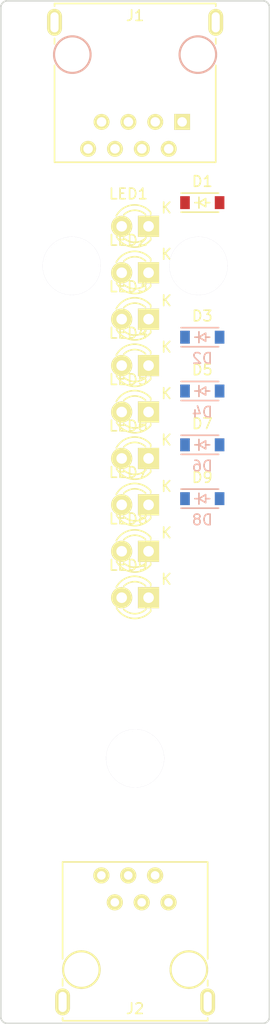
<source format=kicad_pcb>
(kicad_pcb (version 4) (host pcbnew 4.0.2+dfsg1-stable)

  (general
    (links 44)
    (no_connects 44)
    (area 99.721076 50.724999 149.795001 147.395001)
    (thickness 1.6)
    (drawings 8)
    (tracks 0)
    (zones 0)
    (modules 23)
    (nets 11)
  )

  (page A4)
  (layers
    (0 F.Cu signal)
    (31 B.Cu signal)
    (32 B.Adhes user)
    (33 F.Adhes user)
    (34 B.Paste user)
    (35 F.Paste user)
    (36 B.SilkS user)
    (37 F.SilkS user)
    (38 B.Mask user)
    (39 F.Mask user)
    (40 Dwgs.User user)
    (41 Cmts.User user)
    (42 Eco1.User user)
    (43 Eco2.User user)
    (44 Edge.Cuts user)
    (45 Margin user)
    (46 B.CrtYd user)
    (47 F.CrtYd user)
    (48 B.Fab user)
    (49 F.Fab user)
  )

  (setup
    (last_trace_width 0.25)
    (trace_clearance 0.2)
    (zone_clearance 0.508)
    (zone_45_only no)
    (trace_min 0.2)
    (segment_width 0.2)
    (edge_width 0.15)
    (via_size 0.6)
    (via_drill 0.4)
    (via_min_size 0.4)
    (via_min_drill 0.3)
    (uvia_size 0.3)
    (uvia_drill 0.1)
    (uvias_allowed no)
    (uvia_min_size 0.2)
    (uvia_min_drill 0.1)
    (pcb_text_width 0.3)
    (pcb_text_size 1.5 1.5)
    (mod_edge_width 0.15)
    (mod_text_size 1 1)
    (mod_text_width 0.15)
    (pad_size 1.524 1.524)
    (pad_drill 0.762)
    (pad_to_mask_clearance 0.2)
    (aux_axis_origin 0 0)
    (visible_elements FFFFFF7F)
    (pcbplotparams
      (layerselection 0x00030_80000001)
      (usegerberextensions false)
      (excludeedgelayer true)
      (linewidth 0.100000)
      (plotframeref false)
      (viasonmask false)
      (mode 1)
      (useauxorigin false)
      (hpglpennumber 1)
      (hpglpenspeed 20)
      (hpglpendiameter 15)
      (hpglpenoverlay 2)
      (psnegative false)
      (psa4output false)
      (plotreference true)
      (plotvalue true)
      (plotinvisibletext false)
      (padsonsilk false)
      (subtractmaskfromsilk false)
      (outputformat 1)
      (mirror false)
      (drillshape 1)
      (scaleselection 1)
      (outputdirectory ""))
  )

  (net 0 "")
  (net 1 /1)
  (net 2 "Net-(D1-Pad2)")
  (net 3 /2)
  (net 4 /3)
  (net 5 /4)
  (net 6 /5)
  (net 7 /6)
  (net 8 /7)
  (net 9 /8)
  (net 10 /S)

  (net_class Default "This is the default net class."
    (clearance 0.2)
    (trace_width 0.25)
    (via_dia 0.6)
    (via_drill 0.4)
    (uvia_dia 0.3)
    (uvia_drill 0.1)
    (add_net /1)
    (add_net /2)
    (add_net /3)
    (add_net /4)
    (add_net /5)
    (add_net /6)
    (add_net /7)
    (add_net /8)
    (add_net /S)
    (add_net "Net-(D1-Pad2)")
  )

  (module Diodes_SMD:SOD-123 (layer F.Cu) (tedit 5530FCB9) (tstamp 5A80C032)
    (at 120.65 69.85)
    (descr SOD-123)
    (tags SOD-123)
    (path /5A532468)
    (attr smd)
    (fp_text reference D1 (at 0 -2) (layer F.SilkS)
      (effects (font (size 1 1) (thickness 0.15)))
    )
    (fp_text value D (at 0 2.1) (layer F.Fab)
      (effects (font (size 1 1) (thickness 0.15)))
    )
    (fp_line (start 0.3175 0) (end 0.6985 0) (layer F.SilkS) (width 0.15))
    (fp_line (start -0.6985 0) (end -0.3175 0) (layer F.SilkS) (width 0.15))
    (fp_line (start -0.3175 0) (end 0.3175 -0.381) (layer F.SilkS) (width 0.15))
    (fp_line (start 0.3175 -0.381) (end 0.3175 0.381) (layer F.SilkS) (width 0.15))
    (fp_line (start 0.3175 0.381) (end -0.3175 0) (layer F.SilkS) (width 0.15))
    (fp_line (start -0.3175 -0.508) (end -0.3175 0.508) (layer F.SilkS) (width 0.15))
    (fp_line (start -2.25 -1.05) (end 2.25 -1.05) (layer F.CrtYd) (width 0.05))
    (fp_line (start 2.25 -1.05) (end 2.25 1.05) (layer F.CrtYd) (width 0.05))
    (fp_line (start 2.25 1.05) (end -2.25 1.05) (layer F.CrtYd) (width 0.05))
    (fp_line (start -2.25 -1.05) (end -2.25 1.05) (layer F.CrtYd) (width 0.05))
    (fp_line (start -2 0.9) (end 1.54 0.9) (layer F.SilkS) (width 0.15))
    (fp_line (start -2 -0.9) (end 1.54 -0.9) (layer F.SilkS) (width 0.15))
    (pad 1 smd rect (at -1.635 0) (size 0.91 1.22) (layers F.Cu F.Paste F.Mask)
      (net 1 /1))
    (pad 2 smd rect (at 1.635 0) (size 0.91 1.22) (layers F.Cu F.Paste F.Mask)
      (net 2 "Net-(D1-Pad2)"))
  )

  (module Diodes_SMD:SOD-123 (layer B.Cu) (tedit 5530FCB9) (tstamp 5A80C044)
    (at 120.65 82.55)
    (descr SOD-123)
    (tags SOD-123)
    (path /5A53266E)
    (attr smd)
    (fp_text reference D2 (at 0 2) (layer B.SilkS)
      (effects (font (size 1 1) (thickness 0.15)) (justify mirror))
    )
    (fp_text value D (at 0 -2.1) (layer B.Fab)
      (effects (font (size 1 1) (thickness 0.15)) (justify mirror))
    )
    (fp_line (start 0.3175 0) (end 0.6985 0) (layer B.SilkS) (width 0.15))
    (fp_line (start -0.6985 0) (end -0.3175 0) (layer B.SilkS) (width 0.15))
    (fp_line (start -0.3175 0) (end 0.3175 0.381) (layer B.SilkS) (width 0.15))
    (fp_line (start 0.3175 0.381) (end 0.3175 -0.381) (layer B.SilkS) (width 0.15))
    (fp_line (start 0.3175 -0.381) (end -0.3175 0) (layer B.SilkS) (width 0.15))
    (fp_line (start -0.3175 0.508) (end -0.3175 -0.508) (layer B.SilkS) (width 0.15))
    (fp_line (start -2.25 1.05) (end 2.25 1.05) (layer B.CrtYd) (width 0.05))
    (fp_line (start 2.25 1.05) (end 2.25 -1.05) (layer B.CrtYd) (width 0.05))
    (fp_line (start 2.25 -1.05) (end -2.25 -1.05) (layer B.CrtYd) (width 0.05))
    (fp_line (start -2.25 1.05) (end -2.25 -1.05) (layer B.CrtYd) (width 0.05))
    (fp_line (start -2 -0.9) (end 1.54 -0.9) (layer B.SilkS) (width 0.15))
    (fp_line (start -2 0.9) (end 1.54 0.9) (layer B.SilkS) (width 0.15))
    (pad 1 smd rect (at -1.635 0) (size 0.91 1.22) (layers B.Cu B.Paste B.Mask)
      (net 3 /2))
    (pad 2 smd rect (at 1.635 0) (size 0.91 1.22) (layers B.Cu B.Paste B.Mask)
      (net 2 "Net-(D1-Pad2)"))
  )

  (module Diodes_SMD:SOD-123 (layer F.Cu) (tedit 5530FCB9) (tstamp 5A80C056)
    (at 120.65 82.55)
    (descr SOD-123)
    (tags SOD-123)
    (path /5A532782)
    (attr smd)
    (fp_text reference D3 (at 0 -2) (layer F.SilkS)
      (effects (font (size 1 1) (thickness 0.15)))
    )
    (fp_text value D (at 0 2.1) (layer F.Fab)
      (effects (font (size 1 1) (thickness 0.15)))
    )
    (fp_line (start 0.3175 0) (end 0.6985 0) (layer F.SilkS) (width 0.15))
    (fp_line (start -0.6985 0) (end -0.3175 0) (layer F.SilkS) (width 0.15))
    (fp_line (start -0.3175 0) (end 0.3175 -0.381) (layer F.SilkS) (width 0.15))
    (fp_line (start 0.3175 -0.381) (end 0.3175 0.381) (layer F.SilkS) (width 0.15))
    (fp_line (start 0.3175 0.381) (end -0.3175 0) (layer F.SilkS) (width 0.15))
    (fp_line (start -0.3175 -0.508) (end -0.3175 0.508) (layer F.SilkS) (width 0.15))
    (fp_line (start -2.25 -1.05) (end 2.25 -1.05) (layer F.CrtYd) (width 0.05))
    (fp_line (start 2.25 -1.05) (end 2.25 1.05) (layer F.CrtYd) (width 0.05))
    (fp_line (start 2.25 1.05) (end -2.25 1.05) (layer F.CrtYd) (width 0.05))
    (fp_line (start -2.25 -1.05) (end -2.25 1.05) (layer F.CrtYd) (width 0.05))
    (fp_line (start -2 0.9) (end 1.54 0.9) (layer F.SilkS) (width 0.15))
    (fp_line (start -2 -0.9) (end 1.54 -0.9) (layer F.SilkS) (width 0.15))
    (pad 1 smd rect (at -1.635 0) (size 0.91 1.22) (layers F.Cu F.Paste F.Mask)
      (net 4 /3))
    (pad 2 smd rect (at 1.635 0) (size 0.91 1.22) (layers F.Cu F.Paste F.Mask)
      (net 2 "Net-(D1-Pad2)"))
  )

  (module Diodes_SMD:SOD-123 (layer B.Cu) (tedit 5530FCB9) (tstamp 5A80C068)
    (at 120.65 87.63)
    (descr SOD-123)
    (tags SOD-123)
    (path /5A532794)
    (attr smd)
    (fp_text reference D4 (at 0 2) (layer B.SilkS)
      (effects (font (size 1 1) (thickness 0.15)) (justify mirror))
    )
    (fp_text value D (at 0 -2.1) (layer B.Fab)
      (effects (font (size 1 1) (thickness 0.15)) (justify mirror))
    )
    (fp_line (start 0.3175 0) (end 0.6985 0) (layer B.SilkS) (width 0.15))
    (fp_line (start -0.6985 0) (end -0.3175 0) (layer B.SilkS) (width 0.15))
    (fp_line (start -0.3175 0) (end 0.3175 0.381) (layer B.SilkS) (width 0.15))
    (fp_line (start 0.3175 0.381) (end 0.3175 -0.381) (layer B.SilkS) (width 0.15))
    (fp_line (start 0.3175 -0.381) (end -0.3175 0) (layer B.SilkS) (width 0.15))
    (fp_line (start -0.3175 0.508) (end -0.3175 -0.508) (layer B.SilkS) (width 0.15))
    (fp_line (start -2.25 1.05) (end 2.25 1.05) (layer B.CrtYd) (width 0.05))
    (fp_line (start 2.25 1.05) (end 2.25 -1.05) (layer B.CrtYd) (width 0.05))
    (fp_line (start 2.25 -1.05) (end -2.25 -1.05) (layer B.CrtYd) (width 0.05))
    (fp_line (start -2.25 1.05) (end -2.25 -1.05) (layer B.CrtYd) (width 0.05))
    (fp_line (start -2 -0.9) (end 1.54 -0.9) (layer B.SilkS) (width 0.15))
    (fp_line (start -2 0.9) (end 1.54 0.9) (layer B.SilkS) (width 0.15))
    (pad 1 smd rect (at -1.635 0) (size 0.91 1.22) (layers B.Cu B.Paste B.Mask)
      (net 5 /4))
    (pad 2 smd rect (at 1.635 0) (size 0.91 1.22) (layers B.Cu B.Paste B.Mask)
      (net 2 "Net-(D1-Pad2)"))
  )

  (module Diodes_SMD:SOD-123 (layer F.Cu) (tedit 5530FCB9) (tstamp 5A80C07A)
    (at 120.65 87.63)
    (descr SOD-123)
    (tags SOD-123)
    (path /5A532ABE)
    (attr smd)
    (fp_text reference D5 (at 0 -2) (layer F.SilkS)
      (effects (font (size 1 1) (thickness 0.15)))
    )
    (fp_text value D (at 0 2.1) (layer F.Fab)
      (effects (font (size 1 1) (thickness 0.15)))
    )
    (fp_line (start 0.3175 0) (end 0.6985 0) (layer F.SilkS) (width 0.15))
    (fp_line (start -0.6985 0) (end -0.3175 0) (layer F.SilkS) (width 0.15))
    (fp_line (start -0.3175 0) (end 0.3175 -0.381) (layer F.SilkS) (width 0.15))
    (fp_line (start 0.3175 -0.381) (end 0.3175 0.381) (layer F.SilkS) (width 0.15))
    (fp_line (start 0.3175 0.381) (end -0.3175 0) (layer F.SilkS) (width 0.15))
    (fp_line (start -0.3175 -0.508) (end -0.3175 0.508) (layer F.SilkS) (width 0.15))
    (fp_line (start -2.25 -1.05) (end 2.25 -1.05) (layer F.CrtYd) (width 0.05))
    (fp_line (start 2.25 -1.05) (end 2.25 1.05) (layer F.CrtYd) (width 0.05))
    (fp_line (start 2.25 1.05) (end -2.25 1.05) (layer F.CrtYd) (width 0.05))
    (fp_line (start -2.25 -1.05) (end -2.25 1.05) (layer F.CrtYd) (width 0.05))
    (fp_line (start -2 0.9) (end 1.54 0.9) (layer F.SilkS) (width 0.15))
    (fp_line (start -2 -0.9) (end 1.54 -0.9) (layer F.SilkS) (width 0.15))
    (pad 1 smd rect (at -1.635 0) (size 0.91 1.22) (layers F.Cu F.Paste F.Mask)
      (net 6 /5))
    (pad 2 smd rect (at 1.635 0) (size 0.91 1.22) (layers F.Cu F.Paste F.Mask)
      (net 2 "Net-(D1-Pad2)"))
  )

  (module Diodes_SMD:SOD-123 (layer B.Cu) (tedit 5530FCB9) (tstamp 5A80C08C)
    (at 120.65 92.71)
    (descr SOD-123)
    (tags SOD-123)
    (path /5A532AD0)
    (attr smd)
    (fp_text reference D6 (at 0 2) (layer B.SilkS)
      (effects (font (size 1 1) (thickness 0.15)) (justify mirror))
    )
    (fp_text value D (at 0 -2.1) (layer B.Fab)
      (effects (font (size 1 1) (thickness 0.15)) (justify mirror))
    )
    (fp_line (start 0.3175 0) (end 0.6985 0) (layer B.SilkS) (width 0.15))
    (fp_line (start -0.6985 0) (end -0.3175 0) (layer B.SilkS) (width 0.15))
    (fp_line (start -0.3175 0) (end 0.3175 0.381) (layer B.SilkS) (width 0.15))
    (fp_line (start 0.3175 0.381) (end 0.3175 -0.381) (layer B.SilkS) (width 0.15))
    (fp_line (start 0.3175 -0.381) (end -0.3175 0) (layer B.SilkS) (width 0.15))
    (fp_line (start -0.3175 0.508) (end -0.3175 -0.508) (layer B.SilkS) (width 0.15))
    (fp_line (start -2.25 1.05) (end 2.25 1.05) (layer B.CrtYd) (width 0.05))
    (fp_line (start 2.25 1.05) (end 2.25 -1.05) (layer B.CrtYd) (width 0.05))
    (fp_line (start 2.25 -1.05) (end -2.25 -1.05) (layer B.CrtYd) (width 0.05))
    (fp_line (start -2.25 1.05) (end -2.25 -1.05) (layer B.CrtYd) (width 0.05))
    (fp_line (start -2 -0.9) (end 1.54 -0.9) (layer B.SilkS) (width 0.15))
    (fp_line (start -2 0.9) (end 1.54 0.9) (layer B.SilkS) (width 0.15))
    (pad 1 smd rect (at -1.635 0) (size 0.91 1.22) (layers B.Cu B.Paste B.Mask)
      (net 7 /6))
    (pad 2 smd rect (at 1.635 0) (size 0.91 1.22) (layers B.Cu B.Paste B.Mask)
      (net 2 "Net-(D1-Pad2)"))
  )

  (module Diodes_SMD:SOD-123 (layer F.Cu) (tedit 5530FCB9) (tstamp 5A80C09E)
    (at 120.65 92.71)
    (descr SOD-123)
    (tags SOD-123)
    (path /5A532AE2)
    (attr smd)
    (fp_text reference D7 (at 0 -2) (layer F.SilkS)
      (effects (font (size 1 1) (thickness 0.15)))
    )
    (fp_text value D (at 0 2.1) (layer F.Fab)
      (effects (font (size 1 1) (thickness 0.15)))
    )
    (fp_line (start 0.3175 0) (end 0.6985 0) (layer F.SilkS) (width 0.15))
    (fp_line (start -0.6985 0) (end -0.3175 0) (layer F.SilkS) (width 0.15))
    (fp_line (start -0.3175 0) (end 0.3175 -0.381) (layer F.SilkS) (width 0.15))
    (fp_line (start 0.3175 -0.381) (end 0.3175 0.381) (layer F.SilkS) (width 0.15))
    (fp_line (start 0.3175 0.381) (end -0.3175 0) (layer F.SilkS) (width 0.15))
    (fp_line (start -0.3175 -0.508) (end -0.3175 0.508) (layer F.SilkS) (width 0.15))
    (fp_line (start -2.25 -1.05) (end 2.25 -1.05) (layer F.CrtYd) (width 0.05))
    (fp_line (start 2.25 -1.05) (end 2.25 1.05) (layer F.CrtYd) (width 0.05))
    (fp_line (start 2.25 1.05) (end -2.25 1.05) (layer F.CrtYd) (width 0.05))
    (fp_line (start -2.25 -1.05) (end -2.25 1.05) (layer F.CrtYd) (width 0.05))
    (fp_line (start -2 0.9) (end 1.54 0.9) (layer F.SilkS) (width 0.15))
    (fp_line (start -2 -0.9) (end 1.54 -0.9) (layer F.SilkS) (width 0.15))
    (pad 1 smd rect (at -1.635 0) (size 0.91 1.22) (layers F.Cu F.Paste F.Mask)
      (net 8 /7))
    (pad 2 smd rect (at 1.635 0) (size 0.91 1.22) (layers F.Cu F.Paste F.Mask)
      (net 2 "Net-(D1-Pad2)"))
  )

  (module Diodes_SMD:SOD-123 (layer B.Cu) (tedit 5530FCB9) (tstamp 5A80C0B0)
    (at 120.65 97.79)
    (descr SOD-123)
    (tags SOD-123)
    (path /5A532AF4)
    (attr smd)
    (fp_text reference D8 (at 0 2) (layer B.SilkS)
      (effects (font (size 1 1) (thickness 0.15)) (justify mirror))
    )
    (fp_text value D (at 0 -2.1) (layer B.Fab)
      (effects (font (size 1 1) (thickness 0.15)) (justify mirror))
    )
    (fp_line (start 0.3175 0) (end 0.6985 0) (layer B.SilkS) (width 0.15))
    (fp_line (start -0.6985 0) (end -0.3175 0) (layer B.SilkS) (width 0.15))
    (fp_line (start -0.3175 0) (end 0.3175 0.381) (layer B.SilkS) (width 0.15))
    (fp_line (start 0.3175 0.381) (end 0.3175 -0.381) (layer B.SilkS) (width 0.15))
    (fp_line (start 0.3175 -0.381) (end -0.3175 0) (layer B.SilkS) (width 0.15))
    (fp_line (start -0.3175 0.508) (end -0.3175 -0.508) (layer B.SilkS) (width 0.15))
    (fp_line (start -2.25 1.05) (end 2.25 1.05) (layer B.CrtYd) (width 0.05))
    (fp_line (start 2.25 1.05) (end 2.25 -1.05) (layer B.CrtYd) (width 0.05))
    (fp_line (start 2.25 -1.05) (end -2.25 -1.05) (layer B.CrtYd) (width 0.05))
    (fp_line (start -2.25 1.05) (end -2.25 -1.05) (layer B.CrtYd) (width 0.05))
    (fp_line (start -2 -0.9) (end 1.54 -0.9) (layer B.SilkS) (width 0.15))
    (fp_line (start -2 0.9) (end 1.54 0.9) (layer B.SilkS) (width 0.15))
    (pad 1 smd rect (at -1.635 0) (size 0.91 1.22) (layers B.Cu B.Paste B.Mask)
      (net 9 /8))
    (pad 2 smd rect (at 1.635 0) (size 0.91 1.22) (layers B.Cu B.Paste B.Mask)
      (net 2 "Net-(D1-Pad2)"))
  )

  (module Diodes_SMD:SOD-123 (layer F.Cu) (tedit 5530FCB9) (tstamp 5A80C0C2)
    (at 120.65 97.79)
    (descr SOD-123)
    (tags SOD-123)
    (path /5A532B78)
    (attr smd)
    (fp_text reference D9 (at 0 -2) (layer F.SilkS)
      (effects (font (size 1 1) (thickness 0.15)))
    )
    (fp_text value D (at 0 2.1) (layer F.Fab)
      (effects (font (size 1 1) (thickness 0.15)))
    )
    (fp_line (start 0.3175 0) (end 0.6985 0) (layer F.SilkS) (width 0.15))
    (fp_line (start -0.6985 0) (end -0.3175 0) (layer F.SilkS) (width 0.15))
    (fp_line (start -0.3175 0) (end 0.3175 -0.381) (layer F.SilkS) (width 0.15))
    (fp_line (start 0.3175 -0.381) (end 0.3175 0.381) (layer F.SilkS) (width 0.15))
    (fp_line (start 0.3175 0.381) (end -0.3175 0) (layer F.SilkS) (width 0.15))
    (fp_line (start -0.3175 -0.508) (end -0.3175 0.508) (layer F.SilkS) (width 0.15))
    (fp_line (start -2.25 -1.05) (end 2.25 -1.05) (layer F.CrtYd) (width 0.05))
    (fp_line (start 2.25 -1.05) (end 2.25 1.05) (layer F.CrtYd) (width 0.05))
    (fp_line (start 2.25 1.05) (end -2.25 1.05) (layer F.CrtYd) (width 0.05))
    (fp_line (start -2.25 -1.05) (end -2.25 1.05) (layer F.CrtYd) (width 0.05))
    (fp_line (start -2 0.9) (end 1.54 0.9) (layer F.SilkS) (width 0.15))
    (fp_line (start -2 -0.9) (end 1.54 -0.9) (layer F.SilkS) (width 0.15))
    (pad 1 smd rect (at -1.635 0) (size 0.91 1.22) (layers F.Cu F.Paste F.Mask)
      (net 10 /S))
    (pad 2 smd rect (at 1.635 0) (size 0.91 1.22) (layers F.Cu F.Paste F.Mask)
      (net 2 "Net-(D1-Pad2)"))
  )

  (module Tester_Connectors:RJ45_SHLD (layer F.Cu) (tedit 5A6E3C16) (tstamp 5A80C0DA)
    (at 114.3 55.88 180)
    (tags RJ45)
    (path /5A5323DE)
    (fp_text reference J1 (at 0 3.683 180) (layer F.SilkS)
      (effects (font (size 1 1) (thickness 0.15)))
    )
    (fp_text value RJ45 (at 0.14224 -0.1016 180) (layer F.Fab)
      (effects (font (size 1 1) (thickness 0.15)))
    )
    (fp_line (start 7.62 -1.016) (end 7.62 -10.16) (layer F.SilkS) (width 0.15))
    (fp_line (start 7.62 -10.16) (end -7.62 -10.16) (layer F.SilkS) (width 0.15))
    (fp_line (start -7.62 -10.16) (end -7.62 -1.016) (layer F.SilkS) (width 0.15))
    (fp_line (start 7.62 4.572) (end 7.62 4.826) (layer F.SilkS) (width 0.15))
    (fp_line (start 7.62 4.826) (end -7.62 4.826) (layer F.SilkS) (width 0.15))
    (fp_line (start -7.62 4.826) (end -7.62 4.572) (layer F.SilkS) (width 0.15))
    (fp_line (start -7.62 1.524) (end -7.62 1.016) (layer F.SilkS) (width 0.15))
    (fp_line (start 7.62 1.016) (end 7.62 1.524) (layer F.SilkS) (width 0.15))
    (pad 9 thru_hole oval (at -7.62 3.048 180) (size 1.397 2.54) (drill oval 0.762 1.905) (layers *.Cu *.Mask F.SilkS)
      (net 10 /S))
    (pad "" np_thru_hole circle (at 5.93852 0 180) (size 3.64998 3.64998) (drill 3.2512) (layers *.Cu *.SilkS *.Mask))
    (pad Hole np_thru_hole circle (at -5.9309 0 180) (size 3.64998 3.64998) (drill 3.2512) (layers *.Cu *.SilkS *.Mask))
    (pad 1 thru_hole rect (at -4.445 -6.35 180) (size 1.50114 1.50114) (drill 0.89916) (layers *.Cu *.Mask F.SilkS)
      (net 1 /1))
    (pad 2 thru_hole circle (at -3.175 -8.89 180) (size 1.50114 1.50114) (drill 0.89916) (layers *.Cu *.Mask F.SilkS)
      (net 3 /2))
    (pad 3 thru_hole circle (at -1.905 -6.35 180) (size 1.50114 1.50114) (drill 0.89916) (layers *.Cu *.Mask F.SilkS)
      (net 4 /3))
    (pad 4 thru_hole circle (at -0.635 -8.89 180) (size 1.50114 1.50114) (drill 0.89916) (layers *.Cu *.Mask F.SilkS)
      (net 5 /4))
    (pad 5 thru_hole circle (at 0.635 -6.35 180) (size 1.50114 1.50114) (drill 0.89916) (layers *.Cu *.Mask F.SilkS)
      (net 6 /5))
    (pad 6 thru_hole circle (at 1.905 -8.89 180) (size 1.50114 1.50114) (drill 0.89916) (layers *.Cu *.Mask F.SilkS)
      (net 7 /6))
    (pad 7 thru_hole circle (at 3.175 -6.35 180) (size 1.50114 1.50114) (drill 0.89916) (layers *.Cu *.Mask F.SilkS)
      (net 8 /7))
    (pad 8 thru_hole circle (at 4.445 -8.89 180) (size 1.50114 1.50114) (drill 0.89916) (layers *.Cu *.Mask F.SilkS)
      (net 9 /8))
    (pad 9 thru_hole oval (at 7.62 3.048 180) (size 1.397 2.54) (drill oval 0.762 1.905) (layers *.Cu *.Mask F.SilkS)
      (net 10 /S))
    (model Connect.3dshapes/RJ45_8.wrl
      (at (xyz 0 0 0))
      (scale (xyz 0.4 0.4 0.4))
      (rotate (xyz 0 0 0))
    )
  )

  (module Tester_Connectors:RJ12_SHLD (layer F.Cu) (tedit 5A7E5BAA) (tstamp 5A80C0F0)
    (at 114.3 142.24)
    (path /5A5322D1)
    (fp_text reference J2 (at 0 3.683) (layer F.SilkS)
      (effects (font (size 1 1) (thickness 0.15)))
    )
    (fp_text value RJ12 (at 0 -2.54) (layer F.Fab)
      (effects (font (size 1 1) (thickness 0.15)))
    )
    (fp_line (start -6.858 -1.016) (end -6.858 -10.16) (layer F.SilkS) (width 0.15))
    (fp_line (start -6.858 -10.16) (end 6.858 -10.16) (layer F.SilkS) (width 0.15))
    (fp_line (start 6.858 -10.16) (end 6.858 -1.016) (layer F.SilkS) (width 0.15))
    (fp_line (start 6.858 1.016) (end 6.858 1.524) (layer F.SilkS) (width 0.15))
    (fp_line (start -6.858 0.889) (end -6.858 1.524) (layer F.SilkS) (width 0.15))
    (fp_line (start -6.858 4.572) (end -6.858 4.826) (layer F.SilkS) (width 0.15))
    (fp_line (start -6.858 4.826) (end 6.858 4.826) (layer F.SilkS) (width 0.15))
    (fp_line (start 6.858 4.826) (end 6.858 4.572) (layer F.SilkS) (width 0.15))
    (pad 4 thru_hole circle (at 0.619 -6.35) (size 1.524 1.524) (drill 0.8128) (layers *.Cu *.Mask F.SilkS)
      (net 5 /4))
    (pad 2 thru_hole circle (at -1.921 -6.35) (size 1.524 1.524) (drill 0.8128) (layers *.Cu *.Mask F.SilkS)
      (net 3 /2))
    (pad 6 thru_hole circle (at 3.159 -6.35) (size 1.524 1.524) (drill 0.8128) (layers *.Cu *.Mask F.SilkS)
      (net 7 /6))
    (pad 1 thru_hole circle (at -3.191 -8.89) (size 1.524 1.524) (drill 0.8128) (layers *.Cu *.Mask F.SilkS)
      (net 1 /1))
    (pad 3 thru_hole circle (at -0.651 -8.89) (size 1.524 1.524) (drill 0.8128) (layers *.Cu *.Mask F.SilkS)
      (net 4 /3))
    (pad 5 thru_hole circle (at 1.889 -8.89) (size 1.524 1.524) (drill 0.8128) (layers *.Cu *.Mask F.SilkS)
      (net 6 /5))
    (pad 8 thru_hole oval (at 6.858 3.048) (size 1.397 2.54) (drill oval 0.762 1.905) (layers *.Cu *.Mask F.SilkS)
      (net 10 /S))
    (pad 7 thru_hole oval (at -6.858 3.048) (size 1.397 2.54) (drill oval 0.762 1.905) (layers *.Cu *.Mask F.SilkS)
      (net 10 /S))
    (pad "" np_thru_hole circle (at 5.08 0) (size 3.64998 3.64998) (drill 3.2512) (layers *.Cu *.Mask F.SilkS))
    (pad "" np_thru_hole circle (at -5.08 0) (size 3.64998 3.64998) (drill 3.2512) (layers *.Cu *.Mask F.SilkS))
  )

  (module LEDs:LED-3MM (layer F.Cu) (tedit 559B82F6) (tstamp 5A80C101)
    (at 115.57 72.0852 180)
    (descr "LED 3mm round vertical")
    (tags "LED  3mm round vertical")
    (path /5A532417)
    (fp_text reference LED1 (at 1.91 3.06 180) (layer F.SilkS)
      (effects (font (size 1 1) (thickness 0.15)))
    )
    (fp_text value LED (at 1.3 -2.9 180) (layer F.Fab)
      (effects (font (size 1 1) (thickness 0.15)))
    )
    (fp_line (start -1.2 2.3) (end 3.8 2.3) (layer F.CrtYd) (width 0.05))
    (fp_line (start 3.8 2.3) (end 3.8 -2.2) (layer F.CrtYd) (width 0.05))
    (fp_line (start 3.8 -2.2) (end -1.2 -2.2) (layer F.CrtYd) (width 0.05))
    (fp_line (start -1.2 -2.2) (end -1.2 2.3) (layer F.CrtYd) (width 0.05))
    (fp_line (start -0.199 1.314) (end -0.199 1.114) (layer F.SilkS) (width 0.15))
    (fp_line (start -0.199 -1.28) (end -0.199 -1.1) (layer F.SilkS) (width 0.15))
    (fp_arc (start 1.301 0.034) (end -0.199 -1.286) (angle 108.5) (layer F.SilkS) (width 0.15))
    (fp_arc (start 1.301 0.034) (end 0.25 -1.1) (angle 85.7) (layer F.SilkS) (width 0.15))
    (fp_arc (start 1.311 0.034) (end 3.051 0.994) (angle 110) (layer F.SilkS) (width 0.15))
    (fp_arc (start 1.301 0.034) (end 2.335 1.094) (angle 87.5) (layer F.SilkS) (width 0.15))
    (fp_text user K (at -1.69 1.74 180) (layer F.SilkS)
      (effects (font (size 1 1) (thickness 0.15)))
    )
    (pad 1 thru_hole rect (at 0 0 270) (size 2 2) (drill 1.00076) (layers *.Cu *.Mask F.SilkS)
      (net 2 "Net-(D1-Pad2)"))
    (pad 2 thru_hole circle (at 2.54 0 180) (size 2 2) (drill 1.00076) (layers *.Cu *.Mask F.SilkS)
      (net 1 /1))
    (model LEDs.3dshapes/LED-3MM.wrl
      (at (xyz 0.05 0 0))
      (scale (xyz 1 1 1))
      (rotate (xyz 0 0 90))
    )
  )

  (module LEDs:LED-3MM (layer F.Cu) (tedit 559B82F6) (tstamp 5A80C112)
    (at 115.57 76.4667 180)
    (descr "LED 3mm round vertical")
    (tags "LED  3mm round vertical")
    (path /5A532668)
    (fp_text reference LED2 (at 1.91 3.06 180) (layer F.SilkS)
      (effects (font (size 1 1) (thickness 0.15)))
    )
    (fp_text value LED (at 1.3 -2.9 180) (layer F.Fab)
      (effects (font (size 1 1) (thickness 0.15)))
    )
    (fp_line (start -1.2 2.3) (end 3.8 2.3) (layer F.CrtYd) (width 0.05))
    (fp_line (start 3.8 2.3) (end 3.8 -2.2) (layer F.CrtYd) (width 0.05))
    (fp_line (start 3.8 -2.2) (end -1.2 -2.2) (layer F.CrtYd) (width 0.05))
    (fp_line (start -1.2 -2.2) (end -1.2 2.3) (layer F.CrtYd) (width 0.05))
    (fp_line (start -0.199 1.314) (end -0.199 1.114) (layer F.SilkS) (width 0.15))
    (fp_line (start -0.199 -1.28) (end -0.199 -1.1) (layer F.SilkS) (width 0.15))
    (fp_arc (start 1.301 0.034) (end -0.199 -1.286) (angle 108.5) (layer F.SilkS) (width 0.15))
    (fp_arc (start 1.301 0.034) (end 0.25 -1.1) (angle 85.7) (layer F.SilkS) (width 0.15))
    (fp_arc (start 1.311 0.034) (end 3.051 0.994) (angle 110) (layer F.SilkS) (width 0.15))
    (fp_arc (start 1.301 0.034) (end 2.335 1.094) (angle 87.5) (layer F.SilkS) (width 0.15))
    (fp_text user K (at -1.69 1.74 180) (layer F.SilkS)
      (effects (font (size 1 1) (thickness 0.15)))
    )
    (pad 1 thru_hole rect (at 0 0 270) (size 2 2) (drill 1.00076) (layers *.Cu *.Mask F.SilkS)
      (net 2 "Net-(D1-Pad2)"))
    (pad 2 thru_hole circle (at 2.54 0 180) (size 2 2) (drill 1.00076) (layers *.Cu *.Mask F.SilkS)
      (net 3 /2))
    (model LEDs.3dshapes/LED-3MM.wrl
      (at (xyz 0.05 0 0))
      (scale (xyz 1 1 1))
      (rotate (xyz 0 0 90))
    )
  )

  (module LEDs:LED-3MM (layer F.Cu) (tedit 559B82F6) (tstamp 5A80C123)
    (at 115.57 80.8482 180)
    (descr "LED 3mm round vertical")
    (tags "LED  3mm round vertical")
    (path /5A53277C)
    (fp_text reference LED3 (at 1.91 3.06 180) (layer F.SilkS)
      (effects (font (size 1 1) (thickness 0.15)))
    )
    (fp_text value LED (at 1.3 -2.9 180) (layer F.Fab)
      (effects (font (size 1 1) (thickness 0.15)))
    )
    (fp_line (start -1.2 2.3) (end 3.8 2.3) (layer F.CrtYd) (width 0.05))
    (fp_line (start 3.8 2.3) (end 3.8 -2.2) (layer F.CrtYd) (width 0.05))
    (fp_line (start 3.8 -2.2) (end -1.2 -2.2) (layer F.CrtYd) (width 0.05))
    (fp_line (start -1.2 -2.2) (end -1.2 2.3) (layer F.CrtYd) (width 0.05))
    (fp_line (start -0.199 1.314) (end -0.199 1.114) (layer F.SilkS) (width 0.15))
    (fp_line (start -0.199 -1.28) (end -0.199 -1.1) (layer F.SilkS) (width 0.15))
    (fp_arc (start 1.301 0.034) (end -0.199 -1.286) (angle 108.5) (layer F.SilkS) (width 0.15))
    (fp_arc (start 1.301 0.034) (end 0.25 -1.1) (angle 85.7) (layer F.SilkS) (width 0.15))
    (fp_arc (start 1.311 0.034) (end 3.051 0.994) (angle 110) (layer F.SilkS) (width 0.15))
    (fp_arc (start 1.301 0.034) (end 2.335 1.094) (angle 87.5) (layer F.SilkS) (width 0.15))
    (fp_text user K (at -1.69 1.74 180) (layer F.SilkS)
      (effects (font (size 1 1) (thickness 0.15)))
    )
    (pad 1 thru_hole rect (at 0 0 270) (size 2 2) (drill 1.00076) (layers *.Cu *.Mask F.SilkS)
      (net 2 "Net-(D1-Pad2)"))
    (pad 2 thru_hole circle (at 2.54 0 180) (size 2 2) (drill 1.00076) (layers *.Cu *.Mask F.SilkS)
      (net 4 /3))
    (model LEDs.3dshapes/LED-3MM.wrl
      (at (xyz 0.05 0 0))
      (scale (xyz 1 1 1))
      (rotate (xyz 0 0 90))
    )
  )

  (module LEDs:LED-3MM (layer F.Cu) (tedit 559B82F6) (tstamp 5A80C134)
    (at 115.57 85.2297 180)
    (descr "LED 3mm round vertical")
    (tags "LED  3mm round vertical")
    (path /5A53278E)
    (fp_text reference LED4 (at 1.91 3.06 180) (layer F.SilkS)
      (effects (font (size 1 1) (thickness 0.15)))
    )
    (fp_text value LED (at 1.3 -2.9 180) (layer F.Fab)
      (effects (font (size 1 1) (thickness 0.15)))
    )
    (fp_line (start -1.2 2.3) (end 3.8 2.3) (layer F.CrtYd) (width 0.05))
    (fp_line (start 3.8 2.3) (end 3.8 -2.2) (layer F.CrtYd) (width 0.05))
    (fp_line (start 3.8 -2.2) (end -1.2 -2.2) (layer F.CrtYd) (width 0.05))
    (fp_line (start -1.2 -2.2) (end -1.2 2.3) (layer F.CrtYd) (width 0.05))
    (fp_line (start -0.199 1.314) (end -0.199 1.114) (layer F.SilkS) (width 0.15))
    (fp_line (start -0.199 -1.28) (end -0.199 -1.1) (layer F.SilkS) (width 0.15))
    (fp_arc (start 1.301 0.034) (end -0.199 -1.286) (angle 108.5) (layer F.SilkS) (width 0.15))
    (fp_arc (start 1.301 0.034) (end 0.25 -1.1) (angle 85.7) (layer F.SilkS) (width 0.15))
    (fp_arc (start 1.311 0.034) (end 3.051 0.994) (angle 110) (layer F.SilkS) (width 0.15))
    (fp_arc (start 1.301 0.034) (end 2.335 1.094) (angle 87.5) (layer F.SilkS) (width 0.15))
    (fp_text user K (at -1.69 1.74 180) (layer F.SilkS)
      (effects (font (size 1 1) (thickness 0.15)))
    )
    (pad 1 thru_hole rect (at 0 0 270) (size 2 2) (drill 1.00076) (layers *.Cu *.Mask F.SilkS)
      (net 2 "Net-(D1-Pad2)"))
    (pad 2 thru_hole circle (at 2.54 0 180) (size 2 2) (drill 1.00076) (layers *.Cu *.Mask F.SilkS)
      (net 5 /4))
    (model LEDs.3dshapes/LED-3MM.wrl
      (at (xyz 0.05 0 0))
      (scale (xyz 1 1 1))
      (rotate (xyz 0 0 90))
    )
  )

  (module LEDs:LED-3MM (layer F.Cu) (tedit 559B82F6) (tstamp 5A80C145)
    (at 115.57 89.6112 180)
    (descr "LED 3mm round vertical")
    (tags "LED  3mm round vertical")
    (path /5A532AB8)
    (fp_text reference LED5 (at 1.91 3.06 180) (layer F.SilkS)
      (effects (font (size 1 1) (thickness 0.15)))
    )
    (fp_text value LED (at 1.3 -2.9 180) (layer F.Fab)
      (effects (font (size 1 1) (thickness 0.15)))
    )
    (fp_line (start -1.2 2.3) (end 3.8 2.3) (layer F.CrtYd) (width 0.05))
    (fp_line (start 3.8 2.3) (end 3.8 -2.2) (layer F.CrtYd) (width 0.05))
    (fp_line (start 3.8 -2.2) (end -1.2 -2.2) (layer F.CrtYd) (width 0.05))
    (fp_line (start -1.2 -2.2) (end -1.2 2.3) (layer F.CrtYd) (width 0.05))
    (fp_line (start -0.199 1.314) (end -0.199 1.114) (layer F.SilkS) (width 0.15))
    (fp_line (start -0.199 -1.28) (end -0.199 -1.1) (layer F.SilkS) (width 0.15))
    (fp_arc (start 1.301 0.034) (end -0.199 -1.286) (angle 108.5) (layer F.SilkS) (width 0.15))
    (fp_arc (start 1.301 0.034) (end 0.25 -1.1) (angle 85.7) (layer F.SilkS) (width 0.15))
    (fp_arc (start 1.311 0.034) (end 3.051 0.994) (angle 110) (layer F.SilkS) (width 0.15))
    (fp_arc (start 1.301 0.034) (end 2.335 1.094) (angle 87.5) (layer F.SilkS) (width 0.15))
    (fp_text user K (at -1.69 1.74 180) (layer F.SilkS)
      (effects (font (size 1 1) (thickness 0.15)))
    )
    (pad 1 thru_hole rect (at 0 0 270) (size 2 2) (drill 1.00076) (layers *.Cu *.Mask F.SilkS)
      (net 2 "Net-(D1-Pad2)"))
    (pad 2 thru_hole circle (at 2.54 0 180) (size 2 2) (drill 1.00076) (layers *.Cu *.Mask F.SilkS)
      (net 6 /5))
    (model LEDs.3dshapes/LED-3MM.wrl
      (at (xyz 0.05 0 0))
      (scale (xyz 1 1 1))
      (rotate (xyz 0 0 90))
    )
  )

  (module LEDs:LED-3MM (layer F.Cu) (tedit 559B82F6) (tstamp 5A80C156)
    (at 115.57 93.9927 180)
    (descr "LED 3mm round vertical")
    (tags "LED  3mm round vertical")
    (path /5A532ACA)
    (fp_text reference LED6 (at 1.91 3.06 180) (layer F.SilkS)
      (effects (font (size 1 1) (thickness 0.15)))
    )
    (fp_text value LED (at 1.3 -2.9 180) (layer F.Fab)
      (effects (font (size 1 1) (thickness 0.15)))
    )
    (fp_line (start -1.2 2.3) (end 3.8 2.3) (layer F.CrtYd) (width 0.05))
    (fp_line (start 3.8 2.3) (end 3.8 -2.2) (layer F.CrtYd) (width 0.05))
    (fp_line (start 3.8 -2.2) (end -1.2 -2.2) (layer F.CrtYd) (width 0.05))
    (fp_line (start -1.2 -2.2) (end -1.2 2.3) (layer F.CrtYd) (width 0.05))
    (fp_line (start -0.199 1.314) (end -0.199 1.114) (layer F.SilkS) (width 0.15))
    (fp_line (start -0.199 -1.28) (end -0.199 -1.1) (layer F.SilkS) (width 0.15))
    (fp_arc (start 1.301 0.034) (end -0.199 -1.286) (angle 108.5) (layer F.SilkS) (width 0.15))
    (fp_arc (start 1.301 0.034) (end 0.25 -1.1) (angle 85.7) (layer F.SilkS) (width 0.15))
    (fp_arc (start 1.311 0.034) (end 3.051 0.994) (angle 110) (layer F.SilkS) (width 0.15))
    (fp_arc (start 1.301 0.034) (end 2.335 1.094) (angle 87.5) (layer F.SilkS) (width 0.15))
    (fp_text user K (at -1.69 1.74 180) (layer F.SilkS)
      (effects (font (size 1 1) (thickness 0.15)))
    )
    (pad 1 thru_hole rect (at 0 0 270) (size 2 2) (drill 1.00076) (layers *.Cu *.Mask F.SilkS)
      (net 2 "Net-(D1-Pad2)"))
    (pad 2 thru_hole circle (at 2.54 0 180) (size 2 2) (drill 1.00076) (layers *.Cu *.Mask F.SilkS)
      (net 7 /6))
    (model LEDs.3dshapes/LED-3MM.wrl
      (at (xyz 0.05 0 0))
      (scale (xyz 1 1 1))
      (rotate (xyz 0 0 90))
    )
  )

  (module LEDs:LED-3MM (layer F.Cu) (tedit 559B82F6) (tstamp 5A80C167)
    (at 115.57 98.3742 180)
    (descr "LED 3mm round vertical")
    (tags "LED  3mm round vertical")
    (path /5A532ADC)
    (fp_text reference LED7 (at 1.91 3.06 180) (layer F.SilkS)
      (effects (font (size 1 1) (thickness 0.15)))
    )
    (fp_text value LED (at 1.3 -2.9 180) (layer F.Fab)
      (effects (font (size 1 1) (thickness 0.15)))
    )
    (fp_line (start -1.2 2.3) (end 3.8 2.3) (layer F.CrtYd) (width 0.05))
    (fp_line (start 3.8 2.3) (end 3.8 -2.2) (layer F.CrtYd) (width 0.05))
    (fp_line (start 3.8 -2.2) (end -1.2 -2.2) (layer F.CrtYd) (width 0.05))
    (fp_line (start -1.2 -2.2) (end -1.2 2.3) (layer F.CrtYd) (width 0.05))
    (fp_line (start -0.199 1.314) (end -0.199 1.114) (layer F.SilkS) (width 0.15))
    (fp_line (start -0.199 -1.28) (end -0.199 -1.1) (layer F.SilkS) (width 0.15))
    (fp_arc (start 1.301 0.034) (end -0.199 -1.286) (angle 108.5) (layer F.SilkS) (width 0.15))
    (fp_arc (start 1.301 0.034) (end 0.25 -1.1) (angle 85.7) (layer F.SilkS) (width 0.15))
    (fp_arc (start 1.311 0.034) (end 3.051 0.994) (angle 110) (layer F.SilkS) (width 0.15))
    (fp_arc (start 1.301 0.034) (end 2.335 1.094) (angle 87.5) (layer F.SilkS) (width 0.15))
    (fp_text user K (at -1.69 1.74 180) (layer F.SilkS)
      (effects (font (size 1 1) (thickness 0.15)))
    )
    (pad 1 thru_hole rect (at 0 0 270) (size 2 2) (drill 1.00076) (layers *.Cu *.Mask F.SilkS)
      (net 2 "Net-(D1-Pad2)"))
    (pad 2 thru_hole circle (at 2.54 0 180) (size 2 2) (drill 1.00076) (layers *.Cu *.Mask F.SilkS)
      (net 8 /7))
    (model LEDs.3dshapes/LED-3MM.wrl
      (at (xyz 0.05 0 0))
      (scale (xyz 1 1 1))
      (rotate (xyz 0 0 90))
    )
  )

  (module LEDs:LED-3MM (layer F.Cu) (tedit 559B82F6) (tstamp 5A80C178)
    (at 115.57 102.7557 180)
    (descr "LED 3mm round vertical")
    (tags "LED  3mm round vertical")
    (path /5A532AEE)
    (fp_text reference LED8 (at 1.91 3.06 180) (layer F.SilkS)
      (effects (font (size 1 1) (thickness 0.15)))
    )
    (fp_text value LED (at 1.3 -2.9 180) (layer F.Fab)
      (effects (font (size 1 1) (thickness 0.15)))
    )
    (fp_line (start -1.2 2.3) (end 3.8 2.3) (layer F.CrtYd) (width 0.05))
    (fp_line (start 3.8 2.3) (end 3.8 -2.2) (layer F.CrtYd) (width 0.05))
    (fp_line (start 3.8 -2.2) (end -1.2 -2.2) (layer F.CrtYd) (width 0.05))
    (fp_line (start -1.2 -2.2) (end -1.2 2.3) (layer F.CrtYd) (width 0.05))
    (fp_line (start -0.199 1.314) (end -0.199 1.114) (layer F.SilkS) (width 0.15))
    (fp_line (start -0.199 -1.28) (end -0.199 -1.1) (layer F.SilkS) (width 0.15))
    (fp_arc (start 1.301 0.034) (end -0.199 -1.286) (angle 108.5) (layer F.SilkS) (width 0.15))
    (fp_arc (start 1.301 0.034) (end 0.25 -1.1) (angle 85.7) (layer F.SilkS) (width 0.15))
    (fp_arc (start 1.311 0.034) (end 3.051 0.994) (angle 110) (layer F.SilkS) (width 0.15))
    (fp_arc (start 1.301 0.034) (end 2.335 1.094) (angle 87.5) (layer F.SilkS) (width 0.15))
    (fp_text user K (at -1.69 1.74 180) (layer F.SilkS)
      (effects (font (size 1 1) (thickness 0.15)))
    )
    (pad 1 thru_hole rect (at 0 0 270) (size 2 2) (drill 1.00076) (layers *.Cu *.Mask F.SilkS)
      (net 2 "Net-(D1-Pad2)"))
    (pad 2 thru_hole circle (at 2.54 0 180) (size 2 2) (drill 1.00076) (layers *.Cu *.Mask F.SilkS)
      (net 9 /8))
    (model LEDs.3dshapes/LED-3MM.wrl
      (at (xyz 0.05 0 0))
      (scale (xyz 1 1 1))
      (rotate (xyz 0 0 90))
    )
  )

  (module LEDs:LED-3MM (layer F.Cu) (tedit 559B82F6) (tstamp 5A80C189)
    (at 115.57 107.1372 180)
    (descr "LED 3mm round vertical")
    (tags "LED  3mm round vertical")
    (path /5A532B72)
    (fp_text reference LED9 (at 1.91 3.06 180) (layer F.SilkS)
      (effects (font (size 1 1) (thickness 0.15)))
    )
    (fp_text value LED (at 1.3 -2.9 180) (layer F.Fab)
      (effects (font (size 1 1) (thickness 0.15)))
    )
    (fp_line (start -1.2 2.3) (end 3.8 2.3) (layer F.CrtYd) (width 0.05))
    (fp_line (start 3.8 2.3) (end 3.8 -2.2) (layer F.CrtYd) (width 0.05))
    (fp_line (start 3.8 -2.2) (end -1.2 -2.2) (layer F.CrtYd) (width 0.05))
    (fp_line (start -1.2 -2.2) (end -1.2 2.3) (layer F.CrtYd) (width 0.05))
    (fp_line (start -0.199 1.314) (end -0.199 1.114) (layer F.SilkS) (width 0.15))
    (fp_line (start -0.199 -1.28) (end -0.199 -1.1) (layer F.SilkS) (width 0.15))
    (fp_arc (start 1.301 0.034) (end -0.199 -1.286) (angle 108.5) (layer F.SilkS) (width 0.15))
    (fp_arc (start 1.301 0.034) (end 0.25 -1.1) (angle 85.7) (layer F.SilkS) (width 0.15))
    (fp_arc (start 1.311 0.034) (end 3.051 0.994) (angle 110) (layer F.SilkS) (width 0.15))
    (fp_arc (start 1.301 0.034) (end 2.335 1.094) (angle 87.5) (layer F.SilkS) (width 0.15))
    (fp_text user K (at -1.69 1.74 180) (layer F.SilkS)
      (effects (font (size 1 1) (thickness 0.15)))
    )
    (pad 1 thru_hole rect (at 0 0 270) (size 2 2) (drill 1.00076) (layers *.Cu *.Mask F.SilkS)
      (net 2 "Net-(D1-Pad2)"))
    (pad 2 thru_hole circle (at 2.54 0 180) (size 2 2) (drill 1.00076) (layers *.Cu *.Mask F.SilkS)
      (net 10 /S))
    (model LEDs.3dshapes/LED-3MM.wrl
      (at (xyz 0.05 0 0))
      (scale (xyz 1 1 1))
      (rotate (xyz 0 0 90))
    )
  )

  (module Mounting_Holes:MountingHole_5-5mm locked (layer F.Cu) (tedit 5A862D26) (tstamp 5A87D7DC)
    (at 120.2944 75.819)
    (descr "Mounting hole, Befestigungsbohrung, 5,5mm, No Annular, Kein Restring,")
    (tags "Mounting hole, Befestigungsbohrung, 5,5mm, No Annular, Kein Restring,")
    (fp_text reference REF** (at 0 -7.00024) (layer F.SilkS) hide
      (effects (font (size 1 1) (thickness 0.15)))
    )
    (fp_text value MountingHole_5-5mm (at 0 7.00024) (layer F.Fab) hide
      (effects (font (size 1 1) (thickness 0.15)))
    )
    (fp_circle (center 0 0) (end 5.5 0) (layer Cmts.User) (width 0.381))
    (pad 1 thru_hole circle (at 0 0) (size 5.5 5.5) (drill 5.5) (layers))
  )

  (module Mounting_Holes:MountingHole_5-5mm locked (layer F.Cu) (tedit 5A862D12) (tstamp 5A87D7E2)
    (at 108.3056 75.819)
    (descr "Mounting hole, Befestigungsbohrung, 5,5mm, No Annular, Kein Restring,")
    (tags "Mounting hole, Befestigungsbohrung, 5,5mm, No Annular, Kein Restring,")
    (fp_text reference REF** (at 0 -7.00024) (layer F.SilkS) hide
      (effects (font (size 1 1) (thickness 0.15)))
    )
    (fp_text value MountingHole_5-5mm (at 0 7.00024) (layer F.Fab) hide
      (effects (font (size 1 1) (thickness 0.15)))
    )
    (fp_circle (center 0 0) (end 5.5 0) (layer Cmts.User) (width 0.381))
    (pad 1 thru_hole circle (at 0 0) (size 5.5 5.5) (drill 5.5) (layers))
  )

  (module Mounting_Holes:MountingHole_5-5mm locked (layer F.Cu) (tedit 5A862D05) (tstamp 5A87D7E8)
    (at 114.3 122.301)
    (descr "Mounting hole, Befestigungsbohrung, 5,5mm, No Annular, Kein Restring,")
    (tags "Mounting hole, Befestigungsbohrung, 5,5mm, No Annular, Kein Restring,")
    (fp_text reference REF** (at 0 -7.00024) (layer F.SilkS) hide
      (effects (font (size 1 1) (thickness 0.15)))
    )
    (fp_text value MountingHole_5-5mm (at 0 7.00024) (layer F.Fab) hide
      (effects (font (size 1 1) (thickness 0.15)))
    )
    (fp_circle (center 0 0) (end 5.5 0) (layer Cmts.User) (width 0.381))
    (pad 1 thru_hole circle (at 0 0) (size 5.5 5.5) (drill 5.5) (layers))
  )

  (gr_line (start 101.6 146.685) (end 101.6 51.435) (layer Edge.Cuts) (width 0.15))
  (gr_line (start 126.365 147.32) (end 102.235 147.32) (layer Edge.Cuts) (width 0.15))
  (gr_line (start 127 51.435) (end 127 146.685) (layer Edge.Cuts) (width 0.15))
  (gr_line (start 102.235 50.8) (end 126.365 50.8) (layer Edge.Cuts) (width 0.15))
  (gr_arc (start 102.235 146.685) (end 102.235 147.32) (angle 90) (layer Edge.Cuts) (width 0.15))
  (gr_arc (start 126.365 146.685) (end 127 146.685) (angle 90) (layer Edge.Cuts) (width 0.15))
  (gr_arc (start 126.365 51.435) (end 126.365 50.8) (angle 90) (layer Edge.Cuts) (width 0.15))
  (gr_arc (start 102.235 51.435) (end 101.6 51.435) (angle 90) (layer Edge.Cuts) (width 0.15))

)

</source>
